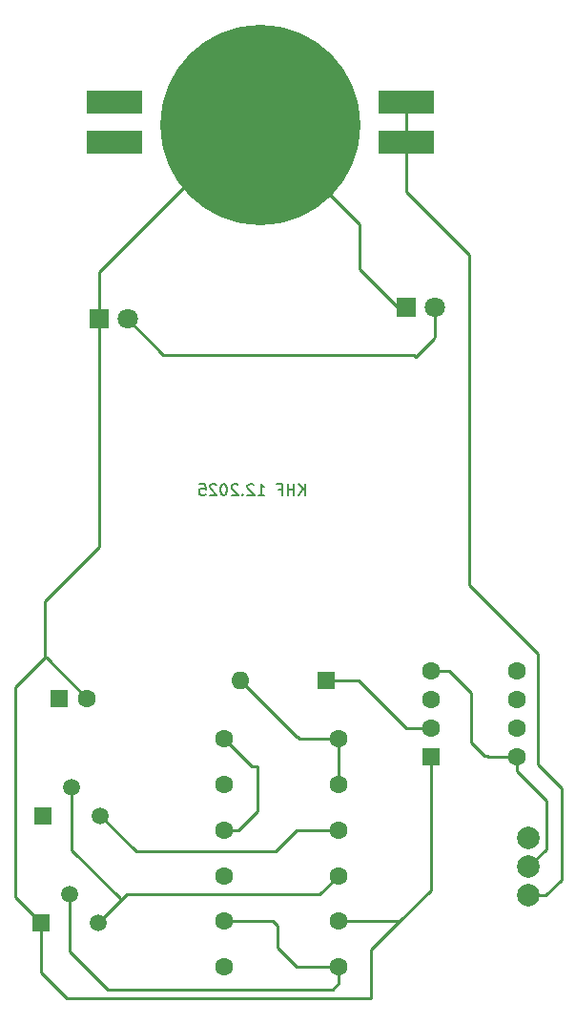
<source format=gbr>
%TF.GenerationSoftware,KiCad,Pcbnew,9.0.6*%
%TF.CreationDate,2025-12-01T23:05:10+01:00*%
%TF.ProjectId,Coala,436f616c-612e-46b6-9963-61645f706362,rev?*%
%TF.SameCoordinates,Original*%
%TF.FileFunction,Copper,L2,Bot*%
%TF.FilePolarity,Positive*%
%FSLAX46Y46*%
G04 Gerber Fmt 4.6, Leading zero omitted, Abs format (unit mm)*
G04 Created by KiCad (PCBNEW 9.0.6) date 2025-12-01 23:05:10*
%MOMM*%
%LPD*%
G01*
G04 APERTURE LIST*
G04 Aperture macros list*
%AMRoundRect*
0 Rectangle with rounded corners*
0 $1 Rounding radius*
0 $2 $3 $4 $5 $6 $7 $8 $9 X,Y pos of 4 corners*
0 Add a 4 corners polygon primitive as box body*
4,1,4,$2,$3,$4,$5,$6,$7,$8,$9,$2,$3,0*
0 Add four circle primitives for the rounded corners*
1,1,$1+$1,$2,$3*
1,1,$1+$1,$4,$5*
1,1,$1+$1,$6,$7*
1,1,$1+$1,$8,$9*
0 Add four rect primitives between the rounded corners*
20,1,$1+$1,$2,$3,$4,$5,0*
20,1,$1+$1,$4,$5,$6,$7,0*
20,1,$1+$1,$6,$7,$8,$9,0*
20,1,$1+$1,$8,$9,$2,$3,0*%
G04 Aperture macros list end*
%ADD10C,0.150000*%
%TA.AperFunction,NonConductor*%
%ADD11C,0.150000*%
%TD*%
%TA.AperFunction,ComponentPad*%
%ADD12C,1.500000*%
%TD*%
%TA.AperFunction,ComponentPad*%
%ADD13R,1.500000X1.500000*%
%TD*%
%TA.AperFunction,SMDPad,CuDef*%
%ADD14R,5.000000X2.000000*%
%TD*%
%TA.AperFunction,SMDPad,CuDef*%
%ADD15C,17.780000*%
%TD*%
%TA.AperFunction,ComponentPad*%
%ADD16RoundRect,0.250000X-0.550000X-0.550000X0.550000X-0.550000X0.550000X0.550000X-0.550000X0.550000X0*%
%TD*%
%TA.AperFunction,ComponentPad*%
%ADD17C,1.600000*%
%TD*%
%TA.AperFunction,ComponentPad*%
%ADD18C,2.000000*%
%TD*%
%TA.AperFunction,ComponentPad*%
%ADD19R,1.600000X1.600000*%
%TD*%
%TA.AperFunction,ComponentPad*%
%ADD20O,1.600000X1.600000*%
%TD*%
%TA.AperFunction,ComponentPad*%
%ADD21R,1.800000X1.800000*%
%TD*%
%TA.AperFunction,ComponentPad*%
%ADD22C,1.800000*%
%TD*%
%TA.AperFunction,Conductor*%
%ADD23C,0.250000*%
%TD*%
G04 APERTURE END LIST*
D10*
D11*
X142763220Y-96169819D02*
X142763220Y-95169819D01*
X142191792Y-96169819D02*
X142620363Y-95598390D01*
X142191792Y-95169819D02*
X142763220Y-95741247D01*
X141763220Y-96169819D02*
X141763220Y-95169819D01*
X141763220Y-95646009D02*
X141191792Y-95646009D01*
X141191792Y-96169819D02*
X141191792Y-95169819D01*
X140382268Y-95646009D02*
X140715601Y-95646009D01*
X140715601Y-96169819D02*
X140715601Y-95169819D01*
X140715601Y-95169819D02*
X140239411Y-95169819D01*
X138572744Y-96169819D02*
X139144172Y-96169819D01*
X138858458Y-96169819D02*
X138858458Y-95169819D01*
X138858458Y-95169819D02*
X138953696Y-95312676D01*
X138953696Y-95312676D02*
X139048934Y-95407914D01*
X139048934Y-95407914D02*
X139144172Y-95455533D01*
X138191791Y-95265057D02*
X138144172Y-95217438D01*
X138144172Y-95217438D02*
X138048934Y-95169819D01*
X138048934Y-95169819D02*
X137810839Y-95169819D01*
X137810839Y-95169819D02*
X137715601Y-95217438D01*
X137715601Y-95217438D02*
X137667982Y-95265057D01*
X137667982Y-95265057D02*
X137620363Y-95360295D01*
X137620363Y-95360295D02*
X137620363Y-95455533D01*
X137620363Y-95455533D02*
X137667982Y-95598390D01*
X137667982Y-95598390D02*
X138239410Y-96169819D01*
X138239410Y-96169819D02*
X137620363Y-96169819D01*
X137191791Y-96074580D02*
X137144172Y-96122200D01*
X137144172Y-96122200D02*
X137191791Y-96169819D01*
X137191791Y-96169819D02*
X137239410Y-96122200D01*
X137239410Y-96122200D02*
X137191791Y-96074580D01*
X137191791Y-96074580D02*
X137191791Y-96169819D01*
X136763220Y-95265057D02*
X136715601Y-95217438D01*
X136715601Y-95217438D02*
X136620363Y-95169819D01*
X136620363Y-95169819D02*
X136382268Y-95169819D01*
X136382268Y-95169819D02*
X136287030Y-95217438D01*
X136287030Y-95217438D02*
X136239411Y-95265057D01*
X136239411Y-95265057D02*
X136191792Y-95360295D01*
X136191792Y-95360295D02*
X136191792Y-95455533D01*
X136191792Y-95455533D02*
X136239411Y-95598390D01*
X136239411Y-95598390D02*
X136810839Y-96169819D01*
X136810839Y-96169819D02*
X136191792Y-96169819D01*
X135572744Y-95169819D02*
X135477506Y-95169819D01*
X135477506Y-95169819D02*
X135382268Y-95217438D01*
X135382268Y-95217438D02*
X135334649Y-95265057D01*
X135334649Y-95265057D02*
X135287030Y-95360295D01*
X135287030Y-95360295D02*
X135239411Y-95550771D01*
X135239411Y-95550771D02*
X135239411Y-95788866D01*
X135239411Y-95788866D02*
X135287030Y-95979342D01*
X135287030Y-95979342D02*
X135334649Y-96074580D01*
X135334649Y-96074580D02*
X135382268Y-96122200D01*
X135382268Y-96122200D02*
X135477506Y-96169819D01*
X135477506Y-96169819D02*
X135572744Y-96169819D01*
X135572744Y-96169819D02*
X135667982Y-96122200D01*
X135667982Y-96122200D02*
X135715601Y-96074580D01*
X135715601Y-96074580D02*
X135763220Y-95979342D01*
X135763220Y-95979342D02*
X135810839Y-95788866D01*
X135810839Y-95788866D02*
X135810839Y-95550771D01*
X135810839Y-95550771D02*
X135763220Y-95360295D01*
X135763220Y-95360295D02*
X135715601Y-95265057D01*
X135715601Y-95265057D02*
X135667982Y-95217438D01*
X135667982Y-95217438D02*
X135572744Y-95169819D01*
X134858458Y-95265057D02*
X134810839Y-95217438D01*
X134810839Y-95217438D02*
X134715601Y-95169819D01*
X134715601Y-95169819D02*
X134477506Y-95169819D01*
X134477506Y-95169819D02*
X134382268Y-95217438D01*
X134382268Y-95217438D02*
X134334649Y-95265057D01*
X134334649Y-95265057D02*
X134287030Y-95360295D01*
X134287030Y-95360295D02*
X134287030Y-95455533D01*
X134287030Y-95455533D02*
X134334649Y-95598390D01*
X134334649Y-95598390D02*
X134906077Y-96169819D01*
X134906077Y-96169819D02*
X134287030Y-96169819D01*
X133382268Y-95169819D02*
X133858458Y-95169819D01*
X133858458Y-95169819D02*
X133906077Y-95646009D01*
X133906077Y-95646009D02*
X133858458Y-95598390D01*
X133858458Y-95598390D02*
X133763220Y-95550771D01*
X133763220Y-95550771D02*
X133525125Y-95550771D01*
X133525125Y-95550771D02*
X133429887Y-95598390D01*
X133429887Y-95598390D02*
X133382268Y-95646009D01*
X133382268Y-95646009D02*
X133334649Y-95741247D01*
X133334649Y-95741247D02*
X133334649Y-95979342D01*
X133334649Y-95979342D02*
X133382268Y-96074580D01*
X133382268Y-96074580D02*
X133429887Y-96122200D01*
X133429887Y-96122200D02*
X133525125Y-96169819D01*
X133525125Y-96169819D02*
X133763220Y-96169819D01*
X133763220Y-96169819D02*
X133858458Y-96122200D01*
X133858458Y-96122200D02*
X133906077Y-96074580D01*
D12*
%TO.P,Q1,3,C*%
%TO.N,Net-(Q1-C)*%
X124380000Y-134100000D03*
%TO.P,Q1,2,B*%
%TO.N,Net-(Q1-B)*%
X121840000Y-131560000D03*
D13*
%TO.P,Q1,1,E*%
%TO.N,Net-(D1-K)*%
X119300000Y-134100000D03*
%TD*%
D12*
%TO.P,Q2,3,C*%
%TO.N,Net-(Q2-C)*%
X124580000Y-124600000D03*
%TO.P,Q2,2,B*%
%TO.N,Net-(Q1-C)*%
X122040000Y-122060000D03*
D13*
%TO.P,Q2,1,E*%
%TO.N,Net-(D1-A)*%
X119500000Y-124600000D03*
%TD*%
D14*
%TO.P,U2,*%
%TO.N,*%
X125846000Y-64824000D03*
X125846000Y-61268000D03*
%TO.P,U2,1*%
%TO.N,Net-(S1-A-Pad1)*%
X151740000Y-64824000D03*
X151740000Y-61268000D03*
D15*
%TO.P,U2,2*%
%TO.N,Net-(D1-K)*%
X138800000Y-63300000D03*
%TD*%
D16*
%TO.P,U1,1,GND*%
%TO.N,Net-(D1-K)*%
X153900000Y-119380000D03*
D17*
%TO.P,U1,2,TR*%
%TO.N,Net-(D3-K)*%
X153900000Y-116840000D03*
%TO.P,U1,3,Q*%
%TO.N,unconnected-(U1-Q-Pad3)*%
X153900000Y-114300000D03*
%TO.P,U1,4,R*%
%TO.N,Net-(S1-E)*%
X153900000Y-111760000D03*
%TO.P,U1,5,CV*%
%TO.N,unconnected-(U1-CV-Pad5)*%
X161520000Y-111760000D03*
%TO.P,U1,6,THR*%
%TO.N,Net-(D3-K)*%
X161520000Y-114300000D03*
%TO.P,U1,7,DIS*%
%TO.N,Net-(D3-A)*%
X161520000Y-116840000D03*
%TO.P,U1,8,VCC*%
%TO.N,Net-(S1-E)*%
X161520000Y-119380000D03*
%TD*%
D18*
%TO.P,S1,1,A*%
%TO.N,Net-(S1-A-Pad1)*%
X162600000Y-131700000D03*
%TO.P,S1,2,E*%
%TO.N,Net-(S1-E)*%
X162600000Y-129160000D03*
%TO.P,S1,3,A*%
%TO.N,unconnected-(S1-A-Pad3)*%
X162600000Y-126620000D03*
%TD*%
D17*
%TO.P,R7,1*%
%TO.N,Net-(D3-K)*%
X135555821Y-121823942D03*
%TO.P,R7,2*%
%TO.N,Net-(D3-A)*%
X145715821Y-121823942D03*
%TD*%
%TO.P,R6,1*%
%TO.N,Net-(S1-E)*%
X135555821Y-125873942D03*
%TO.P,R6,2*%
%TO.N,Net-(Q2-C)*%
X145715821Y-125873942D03*
%TD*%
%TO.P,R5,1*%
%TO.N,Net-(S1-E)*%
X135555821Y-129923942D03*
%TO.P,R5,2*%
%TO.N,Net-(Q1-C)*%
X145715821Y-129923942D03*
%TD*%
%TO.P,R4,1*%
%TO.N,Net-(Q1-B)*%
X135555821Y-133973942D03*
%TO.P,R4,2*%
%TO.N,Net-(D1-K)*%
X145715821Y-133973942D03*
%TD*%
%TO.P,R3,1*%
%TO.N,Net-(D3-K)*%
X135555821Y-138023942D03*
%TO.P,R3,2*%
%TO.N,Net-(Q1-B)*%
X145715821Y-138023942D03*
%TD*%
%TO.P,R1off1,1*%
%TO.N,Net-(S1-E)*%
X135555821Y-117773942D03*
%TO.P,R1off1,2*%
%TO.N,Net-(D3-A)*%
X145715821Y-117773942D03*
%TD*%
D19*
%TO.P,D3,1,K*%
%TO.N,Net-(D3-K)*%
X144620000Y-112600000D03*
D20*
%TO.P,D3,2,A*%
%TO.N,Net-(D3-A)*%
X137000000Y-112600000D03*
%TD*%
D21*
%TO.P,D2,1,K*%
%TO.N,Net-(D1-K)*%
X151725000Y-79500000D03*
D22*
%TO.P,D2,2,A*%
%TO.N,Net-(D1-A)*%
X154265000Y-79500000D03*
%TD*%
D21*
%TO.P,D1,1,K*%
%TO.N,Net-(D1-K)*%
X124425000Y-80500000D03*
D22*
%TO.P,D1,2,A*%
%TO.N,Net-(D1-A)*%
X126965000Y-80500000D03*
%TD*%
D16*
%TO.P,C1,1*%
%TO.N,Net-(D3-K)*%
X120900000Y-114200000D03*
D17*
%TO.P,C1,2*%
%TO.N,Net-(D1-K)*%
X123400000Y-114200000D03*
%TD*%
D23*
%TO.N,Net-(S1-A-Pad1)*%
X164100000Y-131700000D02*
X162600000Y-131700000D01*
X165500000Y-130300000D02*
X164100000Y-131700000D01*
X165500000Y-122200000D02*
X165500000Y-130300000D01*
X157300000Y-104100000D02*
X163400000Y-110200000D01*
X157300000Y-74860000D02*
X157300000Y-104100000D01*
X163400000Y-110200000D02*
X163400000Y-120100000D01*
X163400000Y-120100000D02*
X165500000Y-122200000D01*
X151740000Y-64824000D02*
X151740000Y-69300000D01*
X151740000Y-69300000D02*
X157300000Y-74860000D01*
%TO.N,Net-(S1-E)*%
X161520000Y-120620000D02*
X161520000Y-119380000D01*
X164180000Y-123280000D02*
X161520000Y-120620000D01*
X164180000Y-127580000D02*
X164180000Y-123280000D01*
X136826058Y-125873942D02*
X135555821Y-125873942D01*
X138500000Y-120200000D02*
X138500000Y-124200000D01*
X137981879Y-120200000D02*
X138500000Y-120200000D01*
X138500000Y-124200000D02*
X136826058Y-125873942D01*
X135555821Y-117773942D02*
X137981879Y-120200000D01*
%TO.N,Net-(Q2-C)*%
X127780000Y-127800000D02*
X124580000Y-124600000D01*
X140100000Y-127800000D02*
X127780000Y-127800000D01*
X142026058Y-125873942D02*
X140100000Y-127800000D01*
X145715821Y-125873942D02*
X142026058Y-125873942D01*
%TO.N,Net-(D3-K)*%
X151740000Y-116840000D02*
X153900000Y-116840000D01*
X147500000Y-112600000D02*
X151740000Y-116840000D01*
X144620000Y-112600000D02*
X147500000Y-112600000D01*
%TO.N,Net-(S1-E)*%
X158900000Y-119300000D02*
X158980000Y-119380000D01*
X158700000Y-119300000D02*
X158900000Y-119300000D01*
X158980000Y-119380000D02*
X161520000Y-119380000D01*
X157500000Y-113700000D02*
X157500000Y-118100000D01*
X155560000Y-111760000D02*
X157500000Y-113700000D01*
X157500000Y-118100000D02*
X158700000Y-119300000D01*
X153900000Y-111760000D02*
X155560000Y-111760000D01*
X162600000Y-129160000D02*
X164180000Y-127580000D01*
%TO.N,Net-(D3-A)*%
X145715821Y-117773942D02*
X145715821Y-121823942D01*
X142273942Y-117773942D02*
X145715821Y-117773942D01*
X142100000Y-117600000D02*
X142273942Y-117773942D01*
X142000000Y-117600000D02*
X142100000Y-117600000D01*
X137000000Y-112600000D02*
X142000000Y-117600000D01*
%TO.N,Net-(D1-K)*%
X119800000Y-110600000D02*
X119600000Y-110600000D01*
X123400000Y-114200000D02*
X119800000Y-110600000D01*
X117000000Y-131800000D02*
X119300000Y-134100000D01*
X117000000Y-113200000D02*
X117000000Y-131800000D01*
X119600000Y-110600000D02*
X117000000Y-113200000D01*
X119600000Y-105600000D02*
X119600000Y-110600000D01*
X124425000Y-100775000D02*
X119600000Y-105600000D01*
X124425000Y-80500000D02*
X124425000Y-100775000D01*
%TO.N,Net-(Q1-C)*%
X126340000Y-131940000D02*
X126340000Y-132140000D01*
X122040000Y-122060000D02*
X122040000Y-127640000D01*
X122040000Y-127640000D02*
X126340000Y-131940000D01*
X124380000Y-134100000D02*
X126340000Y-132140000D01*
X126880000Y-131600000D02*
X144039763Y-131600000D01*
X144039763Y-131600000D02*
X145715821Y-129923942D01*
X126340000Y-132140000D02*
X126880000Y-131600000D01*
%TO.N,Net-(Q1-B)*%
X140300000Y-136300000D02*
X140300000Y-134400000D01*
X140300000Y-134400000D02*
X139873942Y-133973942D01*
X139873942Y-133973942D02*
X135555821Y-133973942D01*
X142023942Y-138023942D02*
X140300000Y-136300000D01*
X145715821Y-138023942D02*
X142023942Y-138023942D01*
X121840000Y-136640000D02*
X121840000Y-131560000D01*
X125200000Y-140000000D02*
X121840000Y-136640000D01*
X145200000Y-140000000D02*
X125200000Y-140000000D01*
X145715821Y-139484179D02*
X145200000Y-140000000D01*
X145715821Y-138023942D02*
X145715821Y-139484179D01*
%TO.N,Net-(D1-K)*%
X148600000Y-136500000D02*
X151126058Y-133973942D01*
X148600000Y-140800000D02*
X148600000Y-136500000D01*
X121600000Y-140800000D02*
X148600000Y-140800000D01*
X119300000Y-138500000D02*
X121600000Y-140800000D01*
X119300000Y-134100000D02*
X119300000Y-138500000D01*
X153900000Y-131200000D02*
X153900000Y-119380000D01*
X151126058Y-133973942D02*
X153900000Y-131200000D01*
X145715821Y-133973942D02*
X151126058Y-133973942D01*
%TO.N,Net-(D1-A)*%
X154200000Y-82300000D02*
X154200000Y-82200000D01*
X154265000Y-82135000D02*
X154265000Y-79500000D01*
X152600000Y-83900000D02*
X154200000Y-82300000D01*
X130165000Y-83700000D02*
X152400000Y-83700000D01*
X126965000Y-80500000D02*
X130165000Y-83700000D01*
X152400000Y-83700000D02*
X152600000Y-83900000D01*
X154200000Y-82200000D02*
X154265000Y-82135000D01*
%TO.N,Net-(D1-K)*%
X147600000Y-72100000D02*
X147600000Y-76100000D01*
X138800000Y-63300000D02*
X147600000Y-72100000D01*
X147600000Y-76100000D02*
X151000000Y-79500000D01*
X151000000Y-79500000D02*
X151725000Y-79500000D01*
X124425000Y-76375000D02*
X124425000Y-80500000D01*
X137500000Y-63300000D02*
X124425000Y-76375000D01*
X138800000Y-63300000D02*
X137500000Y-63300000D01*
%TO.N,Net-(S1-A-Pad1)*%
X151740000Y-61268000D02*
X151740000Y-64824000D01*
%TD*%
M02*

</source>
